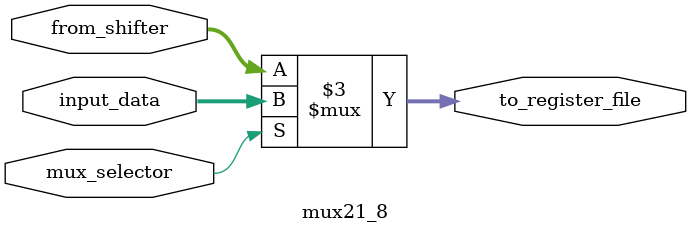
<source format=v>
/*
    8-bit MUX 2:1
        selects input, outputs to register file
        0 : feed output from shifter
        1 : feed input_data
*/

`include "../heads.v"


module mux21_8 (
                    output reg [7:0] to_register_file,
					input wire [7:0] from_shifter,
					input wire [7:0] input_data,
					input wire mux_selector
            );
	always @ (*) begin
		to_register_file = (mux_selector == 1'b0) ?
								from_shifter : 
								input_data;

		`ifdef DEBUG_mux21_8
			$write("\n **********************************************\n");
            $write(" mux21_8:  mux_selector = %1b\n",
				mux_selector);
            $write("            from_shifter =  %4b_%4b\n", 
				from_shifter[7:4], from_shifter[3:0]);
			$write("              input_data =  %4b_%4b\n", 
				input_data[7:4], input_data[3:0]);

            $write("      to_register_file   =  %4b_%4b\n", 
				to_register_file[7:4], to_register_file[3:0]);
            $write(" **********************************************\n");
		`endif
	end
endmodule


////////~~~~~~~~END>  mux21_8.v

</source>
